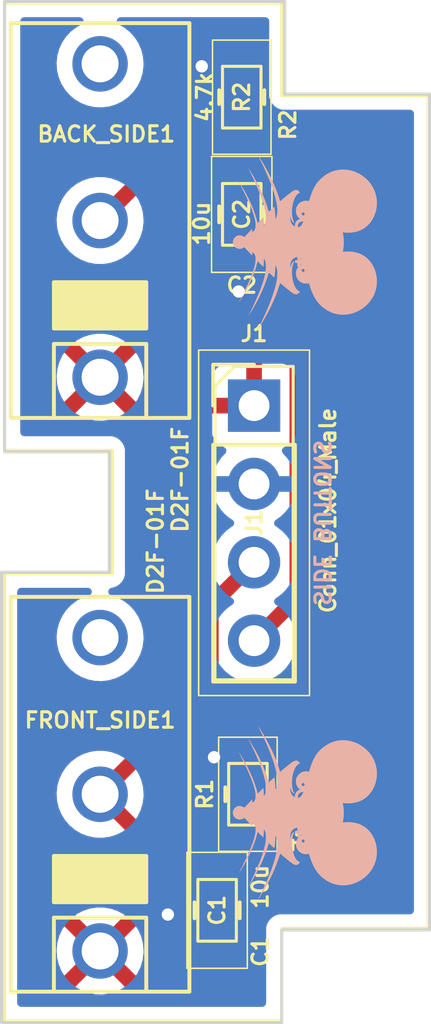
<source format=kicad_pcb>
(kicad_pcb (version 20211014) (generator pcbnew)
  (layers (0 "F.Cu" signal) (31 "B.Cu" signal) (34 "B.Paste" user) (35 "F.Paste" user) (36 "B.SilkS" user "B.Silkscreen") (37 "F.SilkS" user "F.Silkscreen") (38 "B.Mask" user) (39 "F.Mask" user) (44 "Edge.Cuts" user))
  (net 0 "")
  (net 1 "GND")
  (net 2 "FRONT_STATE")
  (net 3 "BACK_STATE")
  (net 4 "+5V")
  (footprint "LOGO" (layer "F.Cu") (at 45.65 59.4 -90)
    (fp_text reference "G***" (at 0 0 90) (layer "B.SilkS") (effects (font (size 0.5 0.5) (thickness 0.1)) (justify mirror)))
    (fp_text value "LOGO" hide)
  )
  (footprint "Resistor_SMD:R_0805_2012Metric_Pad1.20x1.40mm_HandSolder" (layer "F.Cu") (at 43.8 58.8 -90)
    (fp_text reference "R1" (at 0 1.4 90) (layer "F.SilkS") (effects (font (size 0.5 0.5) (thickness 0.1))))
    (fp_text value "4.7k" (at 1.1 -1.4 90) (layer "F.SilkS") (effects (font (size 0.5 0.5) (thickness 0.1))))
    (fp_text user "${REFERENCE}" (at 0 1.4 90) (layer "F.SilkS") (effects (font (size 0.5 0.5) (thickness 0.1))))
    (pad "1" smd roundrect (at -1 0 270) (size 1.2 1.4) (layers "F.Cu" "F.Paste" "F.Mask") (roundrect_rratio 0.208333) (net 1 "GND"))
    (pad "2" smd roundrect (at 1 0 270) (size 1.2 1.4) (layers "F.Cu" "F.Paste" "F.Mask") (roundrect_rratio 0.208333) (net 2 "FRONT_STATE"))
  )
  (footprint "Resistor_SMD:R_0805_2012Metric_Pad1.20x1.40mm_HandSolder" (layer "F.Cu") (at 43.6 36.2 -90)
    (fp_text reference "R2" (at 0.9 -1.5 90) (layer "F.SilkS") (effects (font (size 0.5 0.5) (thickness 0.1))))
    (fp_text value "4.7k" (at 0 1.2 90) (layer "F.SilkS") (effects (font (size 0.5 0.5) (thickness 0.1))))
    (fp_text user "${REFERENCE}" (at 0 0 90) (layer "F.SilkS") (effects (font (size 0.5 0.5) (thickness 0.1))))
    (pad "1" smd roundrect (at -1 0 270) (size 1.2 1.4) (layers "F.Cu" "F.Paste" "F.Mask") (roundrect_rratio 0.208333) (net 1 "GND"))
    (pad "2" smd roundrect (at 1 0 270) (size 1.2 1.4) (layers "F.Cu" "F.Paste" "F.Mask") (roundrect_rratio 0.208333) (net 3 "BACK_STATE"))
  )
  (footprint "Capacitor_SMD:C_0805_2012Metric_Pad1.18x1.45mm_HandSolder" (layer "F.Cu") (at 42.8 62.5625 90)
    (fp_text reference "C1" (at -1.3375 1.4 90) (layer "F.SilkS") (effects (font (size 0.5 0.5) (thickness 0.1))))
    (fp_text value "10u" (at 0.7625 1.4 90) (layer "F.SilkS") (effects (font (size 0.5 0.5) (thickness 0.1))))
    (fp_text user "${REFERENCE}" (at 0 0 90) (layer "F.SilkS") (effects (font (size 0.5 0.5) (thickness 0.1))))
    (pad "1" smd roundrect (at -1.0375 0 90) (size 1.175 1.45) (layers "F.Cu" "F.Paste" "F.Mask") (roundrect_rratio 0.212766) (net 1 "GND"))
    (pad "2" smd roundrect (at 1.0375 0 90) (size 1.175 1.45) (layers "F.Cu" "F.Paste" "F.Mask") (roundrect_rratio 0.212766) (net 2 "FRONT_STATE"))
  )
  (footprint "mouse:D2F-01F" (layer "F.Cu") (at 39 58.8 180)
    (fp_text reference "FRONT_SIDE1" (at 0 2.4) (layer "F.SilkS") (effects (font (size 0.5 0.5) (thickness 0.1))))
    (fp_text value "D2F-01F" (at -1.8 8.2 90) (layer "F.SilkS") (effects (font (size 0.5 0.5) (thickness 0.1))))
    (pad "1" thru_hole circle (at 0 -5.08 180) (size 1.8 1.8) (drill 1.2) (layers *.Cu *.Mask) (net 4 "+5V"))
    (pad "2" thru_hole circle (at 0 0 180) (size 1.8 1.8) (drill 1.2) (layers *.Cu *.Mask) (net 2 "FRONT_STATE"))
    (pad "3" thru_hole circle (at 0 5.08 180) (size 1.8 1.8) (drill 1.2) (layers *.Cu *.Mask))
  )
  (footprint "LOGO" (layer "F.Cu") (at 45.65 40.9 -90)
    (fp_text reference "G***" (at 0 0 90) (layer "B.SilkS") (effects (font (size 0.5 0.5) (thickness 0.1)) (justify mirror)))
    (fp_text value "LOGO" hide)
  )
  (footprint "Connector_PinHeader_2.54mm:PinHeader_1x04_P2.54mm_Vertical" (layer "F.Cu") (at 44 46.2)
    (fp_text reference "J1" (at 0 -2.33) (layer "F.SilkS") (effects (font (size 0.5 0.5) (thickness 0.1))))
    (fp_text value "Conn_01x04_Male" (at 2.4 3.4 90) (layer "F.SilkS") (effects (font (size 0.5 0.5) (thickness 0.1))))
    (fp_text user "${REFERENCE}" (at 0 3.81 90) (layer "F.SilkS") (effects (font (size 0.5 0.5) (thickness 0.1))))
    (pad "1" thru_hole rect (at 0 0) (size 1.7 1.7) (drill 1) (layers *.Cu *.Mask) (net 4 "+5V"))
    (pad "2" thru_hole oval (at 0 2.54) (size 1.7 1.7) (drill 1) (layers *.Cu *.Mask) (net 1 "GND"))
    (pad "3" thru_hole oval (at 0 5.08) (size 1.7 1.7) (drill 1) (layers *.Cu *.Mask) (net 2 "FRONT_STATE"))
    (pad "4" thru_hole oval (at 0 7.62) (size 1.7 1.7) (drill 1) (layers *.Cu *.Mask) (net 3 "BACK_STATE"))
  )
  (footprint "mouse:D2F-01F" (layer "F.Cu") (at 39 40.2 180)
    (fp_text reference "BACK_SIDE1" (at -0.2 2.8) (layer "F.SilkS") (effects (font (size 0.5 0.5) (thickness 0.1))))
    (fp_text value "D2F-01F" (at -2.6 -8.4 90) (layer "F.SilkS") (effects (font (size 0.5 0.5) (thickness 0.1))))
    (pad "1" thru_hole circle (at 0 -5.08 180) (size 1.8 1.8) (drill 1.2) (layers *.Cu *.Mask) (net 4 "+5V"))
    (pad "2" thru_hole circle (at 0 0 180) (size 1.8 1.8) (drill 1.2) (layers *.Cu *.Mask) (net 3 "BACK_STATE"))
    (pad "3" thru_hole circle (at 0 5.08 180) (size 1.8 1.8) (drill 1.2) (layers *.Cu *.Mask))
  )
  (footprint "Capacitor_SMD:C_0805_2012Metric_Pad1.18x1.45mm_HandSolder" (layer "F.Cu") (at 43.6 40 90)
    (fp_text reference "C2" (at -2.3 0 180) (layer "F.SilkS") (effects (font (size 0.5 0.5) (thickness 0.1))))
    (fp_text value "10u" (at -0.3 -1.3 90) (layer "F.SilkS") (effects (font (size 0.5 0.5) (thickness 0.1))))
    (fp_text user "${REFERENCE}" (at 0 0 90) (layer "F.SilkS") (effects (font (size 0.5 0.5) (thickness 0.1))))
    (pad "1" smd roundrect (at -1.0375 0 90) (size 1.175 1.45) (layers "F.Cu" "F.Paste" "F.Mask") (roundrect_rratio 0.212766) (net 1 "GND"))
    (pad "2" smd roundrect (at 1.0375 0 90) (size 1.175 1.45) (layers "F.Cu" "F.Paste" "F.Mask") (roundrect_rratio 0.212766) (net 3 "BACK_STATE"))
  )
  (gr_line (start 39.4 51.65) (end 39.4 47.65) (layer "F.SilkS") (width 0.1))
  (gr_line (start 35.9 66.15) (end 35.9 51.65) (layer "F.SilkS") (width 0.1))
  (gr_line (start 35.9 47.65) (end 35.9 33.15) (layer "F.SilkS") (width 0.1))
  (gr_line (start 39.4 47.65) (end 35.9 47.65) (layer "F.SilkS") (width 0.1))
  (gr_line (start 44.9 36.15) (end 49.65 36.15) (layer "F.SilkS") (width 0.1))
  (gr_line (start 49.65 36.15) (end 49.65 63.15) (layer "F.SilkS") (width 0.1))
  (gr_line (start 35.9 66.15) (end 44.9 66.15) (layer "F.SilkS") (width 0.1))
  (gr_line (start 44.9 33.15) (end 44.9 36.15) (layer "F.SilkS") (width 0.1))
  (gr_line (start 44.9 63.15) (end 44.9 66.15) (layer "F.SilkS") (width 0.1))
  (gr_line (start 35.9 51.65) (end 39.4 51.65) (layer "F.SilkS") (width 0.1))
  (gr_line (start 44.9 63.15) (end 49.65 63.15) (layer "F.SilkS") (width 0.1))
  (gr_line (start 35.9 33.15) (end 44.9 33.15) (layer "F.SilkS") (width 0.1))
  (gr_line (start 35.9 51.6) (end 35.8 51.6) (layer "Edge.Cuts") (width 0.1))
  (gr_line (start 35.9 66.2) (end 44.9 66.2) (layer "Edge.Cuts") (width 0.1))
  (gr_line (start 49.7 36.1) (end 45 36.1) (layer "Edge.Cuts") (width 0.1))
  (gr_line (start 35.9 47.7) (end 39.3 47.7) (layer "Edge.Cuts") (width 0.1))
  (gr_line (start 45 33.1) (end 35.9 33.1) (layer "Edge.Cuts") (width 0.1))
  (gr_line (start 35.9 47.6) (end 35.9 47.7) (layer "Edge.Cuts") (width 0.1))
  (gr_line (start 44.9 63.2) (end 49.7 63.2) (layer "Edge.Cuts") (width 0.1))
  (gr_line (start 49.7 63.2) (end 49.7 36.1) (layer "Edge.Cuts") (width 0.1))
  (gr_line (start 45 36.1) (end 45 33.1) (layer "Edge.Cuts") (width 0.1))
  (gr_line (start 44.9 66.2) (end 44.9 63.2) (layer "Edge.Cuts") (width 0.1))
  (gr_line (start 35.8 51.6) (end 35.8 66.2) (layer "Edge.Cuts") (width 0.1))
  (gr_line (start 35.9 33.1) (end 35.9 47.6) (layer "Edge.Cuts") (width 0.1))
  (gr_line (start 35.9 66.2) (end 35.8 66.2) (layer "Edge.Cuts") (width 0.1))
  (gr_line (start 39.3 51.6) (end 35.9 51.6) (layer "Edge.Cuts") (width 0.1))
  (gr_line (start 39.3 47.7) (end 39.3 51.6) (layer "Edge.Cuts") (width 0.1))
  (gr_text "SIDE BUTTONS\n" (at 46.2 50 -90) (layer "B.SilkS") (effects (font (size 0.5 0.5) (thickness 0.1)) (justify mirror)))
  (segment (start 43.8 57.8) (end 42.9 57.8) (width 0.5) (layer "F.Cu") (net 1))
  (segment (start 43.6 35.2) (end 42.3 35.2) (width 0.5) (layer "F.Cu") (net 1))
  (segment (start 42.1 63.6) (end 41.2 62.7) (width 0.5) (layer "F.Cu") (net 1))
  (segment (start 43.6 41.0375) (end 43.6 42.4) (width 0.5) (layer "F.Cu") (net 1))
  (segment (start 43.6 42.4) (end 43.5 42.5) (width 0.5) (layer "F.Cu") (net 1))
  (segment (start 42.8 63.6) (end 42.1 63.6) (width 0.5) (layer "F.Cu") (net 1))
  (segment (start 42.9 57.8) (end 42.7 57.6) (width 0.5) (layer "F.Cu") (net 1))
  (via (at 41.2 62.7) (size 0.8) (drill 0.4) (layers "F.Cu" "B.Cu") (net 1))
  (via (at 42.7 57.6) (size 0.8) (drill 0.4) (layers "F.Cu" "B.Cu") (net 1))
  (via (at 42.3 35.2) (size 0.8) (drill 0.4) (layers "F.Cu" "B.Cu") (net 1))
  (via (at 43.5 42.5) (size 0.8) (drill 0.4) (layers "F.Cu" "B.Cu") (net 1))
  (segment (start 41.725 61.525) (end 39 58.8) (width 0.5) (layer "F.Cu") (net 2))
  (segment (start 42.6 56.4) (end 42.6 52.68) (width 0.5) (layer "F.Cu") (net 2))
  (segment (start 41.4 56.4) (end 42.6 56.4) (width 0.5) (layer "F.Cu") (net 2))
  (segment (start 43.8 59.8) (end 43.8 60.525) (width 0.5) (layer "F.Cu") (net 2))
  (segment (start 39 58.8) (end 41.4 56.4) (width 0.5) (layer "F.Cu") (net 2))
  (segment (start 42.6 52.68) (end 44 51.28) (width 0.5) (layer "F.Cu") (net 2))
  (segment (start 42.8 61.525) (end 41.725 61.525) (width 0.5) (layer "F.Cu") (net 2))
  (segment (start 43.8 60.525) (end 42.8 61.525) (width 0.5) (layer "F.Cu") (net 2))
  (segment (start 43.6 38.9625) (end 45.4 40.7625) (width 0.5) (layer "F.Cu") (net 3))
  (segment (start 39 40.2) (end 42 37.2) (width 0.5) (layer "F.Cu") (net 3))
  (segment (start 45.4 40.7625) (end 45.4 52.42) (width 0.5) (layer "F.Cu") (net 3))
  (segment (start 45.4 52.42) (end 44 53.82) (width 0.5) (layer "F.Cu") (net 3))
  (segment (start 42 37.2) (end 43.6 37.2) (width 0.5) (layer "F.Cu") (net 3))
  (segment (start 43.6 37.2) (end 43.6 38.9625) (width 0.5) (layer "F.Cu") (net 3))
  (zone (net 4) (net_name "+5V") (layer "F.Cu") (connect_pads (clearance 0.508)) (min_thickness 0.254) (fill yes (thermal_gap 0.508) (thermal_bridge_width 0.508))
    (polygon (pts (xy 39.4 51.65) (xy 39.4 47.65) (xy 35.9 47.65) (xy 35.9 33.15) (xy 44.9 33.15) (xy 44.9 36.15) (xy 49.65 36.15) (xy 49.65 63.15) (xy 44.9 63.15) (xy 44.9 66.15) (xy 35.9 66.15) (xy 35.9 51.65)))
  )
  (zone (net 1) (net_name "GND") (layer "B.Cu") (connect_pads (clearance 0.508)) (min_thickness 0.254) (fill yes (thermal_gap 0.508) (thermal_bridge_width 0.508))
    (polygon (pts (xy 39.4 51.65) (xy 39.4 47.65) (xy 35.9 47.65) (xy 35.9 33.15) (xy 44.9 33.15) (xy 44.9 36.15) (xy 49.65 36.15) (xy 49.65 63.15) (xy 44.9 63.15) (xy 44.9 66.15) (xy 35.9 66.15) (xy 35.9 51.65)))
  )
)
</source>
